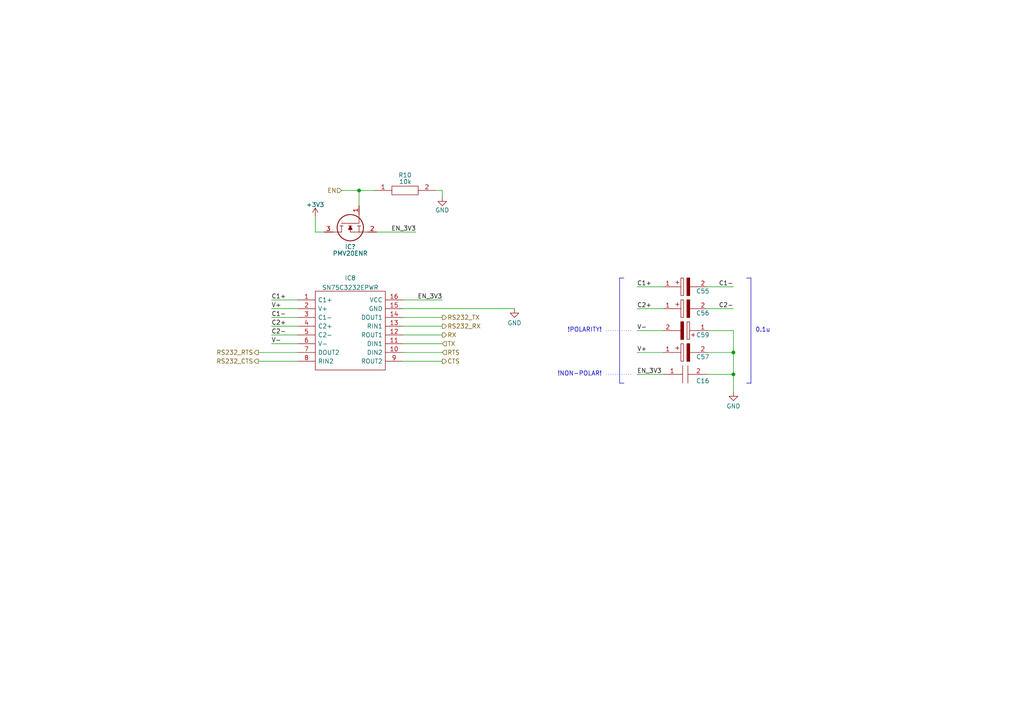
<source format=kicad_sch>
(kicad_sch (version 20230121) (generator eeschema)

  (uuid ffe571db-ea8d-4282-af34-5684a97c6779)

  (paper "A4")

  (title_block
    (title "Oro Link")
    (date "2023-06-02")
    (rev "5")
    (company "Oro Operating System")
    (comment 1 "://oro.sh")
    (comment 2 "Joshua Lee Junon")
  )

  (lib_symbols
    (symbol "Oro:MSAST1L3YB5104KFNA01" (pin_names (offset 0.762)) (in_bom yes) (on_board yes)
      (property "Reference" "C" (at 8.89 6.35 0)
        (effects (font (size 1.27 1.27)) (justify left))
      )
      (property "Value" "MSAST1L3YB5104KFNA01" (at 8.89 3.81 0)
        (effects (font (size 1.27 1.27)) (justify left))
      )
      (property "Footprint" "CAPC1005X33N" (at 8.89 1.27 0)
        (effects (font (size 1.27 1.27)) (justify left) hide)
      )
      (property "Datasheet" "https://www.mouser.de/datasheet/2/396/TaiyoYuden_MSAST1L3YB5104KFNA01_SS-3009733.pdf" (at 8.89 -1.27 0)
        (effects (font (size 1.27 1.27)) (justify left) hide)
      )
      (property "Description" "Multilayer Ceramic Capacitors MLCC - SMD/SMT 0402 25VDC 0.1uF 10% X5R" (at 8.89 -3.81 0)
        (effects (font (size 1.27 1.27)) (justify left) hide)
      )
      (property "Height" "0.33" (at 8.89 -6.35 0)
        (effects (font (size 1.27 1.27)) (justify left) hide)
      )
      (property "Manufacturer_Name" "TAIYO YUDEN" (at 8.89 -8.89 0)
        (effects (font (size 1.27 1.27)) (justify left) hide)
      )
      (property "Manufacturer_Part_Number" "MSAST1L3YB5104KFNA01" (at 8.89 -11.43 0)
        (effects (font (size 1.27 1.27)) (justify left) hide)
      )
      (property "Mouser Part Number" "963-MSAST1L3YB5104KF" (at 8.89 -13.97 0)
        (effects (font (size 1.27 1.27)) (justify left) hide)
      )
      (property "Mouser Price/Stock" "https://www.mouser.de/ProductDetail/TAIYO-YUDEN/MSAST1L3YB5104KFNA01?qs=tlsG%2FOw5FFhBwK%252BMwEZpCA%3D%3D" (at 8.89 -16.51 0)
        (effects (font (size 1.27 1.27)) (justify left) hide)
      )
      (property "Arrow Part Number" "" (at 8.89 -19.05 0)
        (effects (font (size 1.27 1.27)) (justify left) hide)
      )
      (property "Arrow Price/Stock" "" (at 8.89 -21.59 0)
        (effects (font (size 1.27 1.27)) (justify left) hide)
      )
      (property "ki_description" "Multilayer Ceramic Capacitors MLCC - SMD/SMT 0402 25VDC 0.1uF 10% X5R" (at 0 0 0)
        (effects (font (size 1.27 1.27)) hide)
      )
      (symbol "MSAST1L3YB5104KFNA01_0_0"
        (pin passive line (at 0 0 0) (length 5.08)
          (name "~" (effects (font (size 1.27 1.27))))
          (number "1" (effects (font (size 1.27 1.27))))
        )
        (pin passive line (at 12.7 0 180) (length 5.08)
          (name "~" (effects (font (size 1.27 1.27))))
          (number "2" (effects (font (size 1.27 1.27))))
        )
      )
      (symbol "MSAST1L3YB5104KFNA01_0_1"
        (polyline
          (pts
            (xy 5.08 0)
            (xy 5.588 0)
          )
          (stroke (width 0.1524) (type solid))
          (fill (type none))
        )
        (polyline
          (pts
            (xy 5.588 2.54)
            (xy 5.588 -2.54)
          )
          (stroke (width 0.1524) (type solid))
          (fill (type none))
        )
        (polyline
          (pts
            (xy 7.112 0)
            (xy 7.62 0)
          )
          (stroke (width 0.1524) (type solid))
          (fill (type none))
        )
        (polyline
          (pts
            (xy 7.112 2.54)
            (xy 7.112 -2.54)
          )
          (stroke (width 0.1524) (type solid))
          (fill (type none))
        )
      )
    )
    (symbol "SamacSys_Parts:CSD13380F3T" (pin_names (offset 0.762)) (in_bom yes) (on_board yes)
      (property "Reference" "Q" (at 11.43 3.81 0)
        (effects (font (size 1.27 1.27)) (justify left))
      )
      (property "Value" "CSD13380F3T" (at 11.43 1.27 0)
        (effects (font (size 1.27 1.27)) (justify left))
      )
      (property "Footprint" "CSD13380F3T" (at 11.43 -1.27 0)
        (effects (font (size 1.27 1.27)) (justify left) hide)
      )
      (property "Datasheet" "https://www.ti.com/lit/ds/symlink/csd13380f3.pdf?ts=1610053095577" (at 11.43 -3.81 0)
        (effects (font (size 1.27 1.27)) (justify left) hide)
      )
      (property "Description" "12V, N ch NexFET MOSFET, single LGA0.6x0.7, 76mOhm" (at 11.43 -6.35 0)
        (effects (font (size 1.27 1.27)) (justify left) hide)
      )
      (property "Height" "0.35" (at 11.43 -8.89 0)
        (effects (font (size 1.27 1.27)) (justify left) hide)
      )
      (property "Manufacturer_Name" "Texas Instruments" (at 11.43 -11.43 0)
        (effects (font (size 1.27 1.27)) (justify left) hide)
      )
      (property "Manufacturer_Part_Number" "CSD13380F3T" (at 11.43 -13.97 0)
        (effects (font (size 1.27 1.27)) (justify left) hide)
      )
      (property "Mouser Part Number" "595-CSD13380F3T" (at 11.43 -16.51 0)
        (effects (font (size 1.27 1.27)) (justify left) hide)
      )
      (property "Mouser Price/Stock" "https://www.mouser.co.uk/ProductDetail/Texas-Instruments/CSD13380F3T?qs=S8zVn2bBIh85Rpxp8sld8w%3D%3D" (at 11.43 -19.05 0)
        (effects (font (size 1.27 1.27)) (justify left) hide)
      )
      (property "Arrow Part Number" "CSD13380F3T" (at 11.43 -21.59 0)
        (effects (font (size 1.27 1.27)) (justify left) hide)
      )
      (property "Arrow Price/Stock" "https://www.arrow.com/en/products/csd13380f3t/texas-instruments" (at 11.43 -24.13 0)
        (effects (font (size 1.27 1.27)) (justify left) hide)
      )
      (property "Mouser Testing Part Number" "" (at 11.43 -26.67 0)
        (effects (font (size 1.27 1.27)) (justify left) hide)
      )
      (property "Mouser Testing Price/Stock" "" (at 11.43 -29.21 0)
        (effects (font (size 1.27 1.27)) (justify left) hide)
      )
      (property "ki_description" "12V, N ch NexFET MOSFET, single LGA0.6x0.7, 76mOhm" (at 0 0 0)
        (effects (font (size 1.27 1.27)) hide)
      )
      (symbol "CSD13380F3T_0_0"
        (pin passive line (at 0 0 0) (length 2.54)
          (name "~" (effects (font (size 1.27 1.27))))
          (number "1" (effects (font (size 1.27 1.27))))
        )
        (pin passive line (at 7.62 -5.08 90) (length 2.54)
          (name "~" (effects (font (size 1.27 1.27))))
          (number "2" (effects (font (size 1.27 1.27))))
        )
        (pin passive line (at 7.62 10.16 270) (length 2.54)
          (name "~" (effects (font (size 1.27 1.27))))
          (number "3" (effects (font (size 1.27 1.27))))
        )
      )
      (symbol "CSD13380F3T_0_1"
        (polyline
          (pts
            (xy 5.842 -0.508)
            (xy 5.842 0.508)
          )
          (stroke (width 0.1524) (type default))
          (fill (type none))
        )
        (polyline
          (pts
            (xy 5.842 0)
            (xy 7.62 0)
          )
          (stroke (width 0.1524) (type default))
          (fill (type none))
        )
        (polyline
          (pts
            (xy 5.842 2.032)
            (xy 5.842 3.048)
          )
          (stroke (width 0.1524) (type default))
          (fill (type none))
        )
        (polyline
          (pts
            (xy 5.842 5.588)
            (xy 5.842 4.572)
          )
          (stroke (width 0.1524) (type default))
          (fill (type none))
        )
        (polyline
          (pts
            (xy 7.62 2.54)
            (xy 5.842 2.54)
          )
          (stroke (width 0.1524) (type default))
          (fill (type none))
        )
        (polyline
          (pts
            (xy 7.62 2.54)
            (xy 7.62 -2.54)
          )
          (stroke (width 0.1524) (type default))
          (fill (type none))
        )
        (polyline
          (pts
            (xy 7.62 5.08)
            (xy 5.842 5.08)
          )
          (stroke (width 0.1524) (type default))
          (fill (type none))
        )
        (polyline
          (pts
            (xy 7.62 5.08)
            (xy 7.62 7.62)
          )
          (stroke (width 0.1524) (type default))
          (fill (type none))
        )
        (polyline
          (pts
            (xy 2.54 0)
            (xy 5.08 0)
            (xy 5.08 5.08)
          )
          (stroke (width 0.1524) (type default))
          (fill (type none))
        )
        (polyline
          (pts
            (xy 5.842 2.54)
            (xy 6.858 3.048)
            (xy 6.858 2.032)
            (xy 5.842 2.54)
          )
          (stroke (width 0.254) (type default))
          (fill (type outline))
        )
        (circle (center 6.35 2.54) (radius 3.81)
          (stroke (width 0.254) (type default))
          (fill (type none))
        )
      )
    )
    (symbol "SamacSys_Parts:RK73H1ETTP1002F" (pin_names (offset 0.762)) (in_bom yes) (on_board yes)
      (property "Reference" "R" (at 13.97 6.35 0)
        (effects (font (size 1.27 1.27)) (justify left))
      )
      (property "Value" "RK73H1ETTP1002F" (at 13.97 3.81 0)
        (effects (font (size 1.27 1.27)) (justify left))
      )
      (property "Footprint" "RESC1005X40N" (at 13.97 1.27 0)
        (effects (font (size 1.27 1.27)) (justify left) hide)
      )
      (property "Datasheet" "http://www.koaspeer.com/catimages/Products/RK73-RT/RK73-RT.pdf" (at 13.97 -1.27 0)
        (effects (font (size 1.27 1.27)) (justify left) hide)
      )
      (property "Description" "Resistor,ThickFilm1005,0.063W,10kohm" (at 13.97 -3.81 0)
        (effects (font (size 1.27 1.27)) (justify left) hide)
      )
      (property "Height" "0.4" (at 13.97 -6.35 0)
        (effects (font (size 1.27 1.27)) (justify left) hide)
      )
      (property "Manufacturer_Name" "KOA Speer" (at 13.97 -8.89 0)
        (effects (font (size 1.27 1.27)) (justify left) hide)
      )
      (property "Manufacturer_Part_Number" "RK73H1ETTP1002F" (at 13.97 -11.43 0)
        (effects (font (size 1.27 1.27)) (justify left) hide)
      )
      (property "Mouser Part Number" "660-RK73H1ETTP1002F" (at 13.97 -13.97 0)
        (effects (font (size 1.27 1.27)) (justify left) hide)
      )
      (property "Mouser Price/Stock" "https://www.mouser.co.uk/ProductDetail/KOA-Speer/RK73H1ETTP1002F?qs=uLfVlVfCHH2OZ4JTybrBPQ%3D%3D" (at 13.97 -16.51 0)
        (effects (font (size 1.27 1.27)) (justify left) hide)
      )
      (property "Arrow Part Number" "RK73H1ETTP1002F" (at 13.97 -19.05 0)
        (effects (font (size 1.27 1.27)) (justify left) hide)
      )
      (property "Arrow Price/Stock" "https://www.arrow.com/en/products/rk73h1ettp1002f/koa-speer-electronics?region=nac" (at 13.97 -21.59 0)
        (effects (font (size 1.27 1.27)) (justify left) hide)
      )
      (property "ki_description" "Resistor,ThickFilm1005,0.063W,10kohm" (at 0 0 0)
        (effects (font (size 1.27 1.27)) hide)
      )
      (symbol "RK73H1ETTP1002F_0_0"
        (pin passive line (at 0 0 0) (length 5.08)
          (name "~" (effects (font (size 1.27 1.27))))
          (number "1" (effects (font (size 1.27 1.27))))
        )
        (pin passive line (at 17.78 0 180) (length 5.08)
          (name "~" (effects (font (size 1.27 1.27))))
          (number "2" (effects (font (size 1.27 1.27))))
        )
      )
      (symbol "RK73H1ETTP1002F_0_1"
        (polyline
          (pts
            (xy 5.08 1.27)
            (xy 12.7 1.27)
            (xy 12.7 -1.27)
            (xy 5.08 -1.27)
            (xy 5.08 1.27)
          )
          (stroke (width 0.1524) (type solid))
          (fill (type none))
        )
      )
    )
    (symbol "SamacSys_Parts:SN75C3232EPWR" (pin_names (offset 0.762)) (in_bom yes) (on_board yes)
      (property "Reference" "IC" (at 26.67 7.62 0)
        (effects (font (size 1.27 1.27)) (justify left))
      )
      (property "Value" "SN75C3232EPWR" (at 26.67 5.08 0)
        (effects (font (size 1.27 1.27)) (justify left))
      )
      (property "Footprint" "SOP65P640X120-16N" (at 26.67 2.54 0)
        (effects (font (size 1.27 1.27)) (justify left) hide)
      )
      (property "Datasheet" "http://www.ti.com/lit/gpn/sn75c3232e" (at 26.67 0 0)
        (effects (font (size 1.27 1.27)) (justify left) hide)
      )
      (property "Description" "3-V To 5.5-V Two Channel RS-232 1 Mbit/s Line Driver/Receiver with +/-15 kV IEC ESD Protection" (at 26.67 -2.54 0)
        (effects (font (size 1.27 1.27)) (justify left) hide)
      )
      (property "Height" "1.2" (at 26.67 -5.08 0)
        (effects (font (size 1.27 1.27)) (justify left) hide)
      )
      (property "Manufacturer_Name" "Texas Instruments" (at 26.67 -7.62 0)
        (effects (font (size 1.27 1.27)) (justify left) hide)
      )
      (property "Manufacturer_Part_Number" "SN75C3232EPWR" (at 26.67 -10.16 0)
        (effects (font (size 1.27 1.27)) (justify left) hide)
      )
      (property "Mouser Part Number" "595-SN75C3232EPWR" (at 26.67 -12.7 0)
        (effects (font (size 1.27 1.27)) (justify left) hide)
      )
      (property "Mouser Price/Stock" "https://www.mouser.com/Search/Refine.aspx?Keyword=595-SN75C3232EPWR" (at 26.67 -15.24 0)
        (effects (font (size 1.27 1.27)) (justify left) hide)
      )
      (property "Arrow Part Number" "SN75C3232EPWR" (at 26.67 -17.78 0)
        (effects (font (size 1.27 1.27)) (justify left) hide)
      )
      (property "Arrow Price/Stock" "https://www.arrow.com/en/products/sn75c3232epwr/texas-instruments" (at 26.67 -20.32 0)
        (effects (font (size 1.27 1.27)) (justify left) hide)
      )
      (property "ki_description" "3-V To 5.5-V Two Channel RS-232 1 Mbit/s Line Driver/Receiver with +/-15 kV IEC ESD Protection" (at 0 0 0)
        (effects (font (size 1.27 1.27)) hide)
      )
      (symbol "SN75C3232EPWR_0_0"
        (pin passive line (at 0 0 0) (length 5.08)
          (name "C1+" (effects (font (size 1.27 1.27))))
          (number "1" (effects (font (size 1.27 1.27))))
        )
        (pin passive line (at 30.48 -15.24 180) (length 5.08)
          (name "DIN2" (effects (font (size 1.27 1.27))))
          (number "10" (effects (font (size 1.27 1.27))))
        )
        (pin passive line (at 30.48 -12.7 180) (length 5.08)
          (name "DIN1" (effects (font (size 1.27 1.27))))
          (number "11" (effects (font (size 1.27 1.27))))
        )
        (pin passive line (at 30.48 -10.16 180) (length 5.08)
          (name "ROUT1" (effects (font (size 1.27 1.27))))
          (number "12" (effects (font (size 1.27 1.27))))
        )
        (pin passive line (at 30.48 -7.62 180) (length 5.08)
          (name "RIN1" (effects (font (size 1.27 1.27))))
          (number "13" (effects (font (size 1.27 1.27))))
        )
        (pin passive line (at 30.48 -5.08 180) (length 5.08)
          (name "DOUT1" (effects (font (size 1.27 1.27))))
          (number "14" (effects (font (size 1.27 1.27))))
        )
        (pin passive line (at 30.48 -2.54 180) (length 5.08)
          (name "GND" (effects (font (size 1.27 1.27))))
          (number "15" (effects (font (size 1.27 1.27))))
        )
        (pin passive line (at 30.48 0 180) (length 5.08)
          (name "VCC" (effects (font (size 1.27 1.27))))
          (number "16" (effects (font (size 1.27 1.27))))
        )
        (pin passive line (at 0 -2.54 0) (length 5.08)
          (name "V+" (effects (font (size 1.27 1.27))))
          (number "2" (effects (font (size 1.27 1.27))))
        )
        (pin passive line (at 0 -5.08 0) (length 5.08)
          (name "C1-" (effects (font (size 1.27 1.27))))
          (number "3" (effects (font (size 1.27 1.27))))
        )
        (pin passive line (at 0 -7.62 0) (length 5.08)
          (name "C2+" (effects (font (size 1.27 1.27))))
          (number "4" (effects (font (size 1.27 1.27))))
        )
        (pin passive line (at 0 -10.16 0) (length 5.08)
          (name "C2-" (effects (font (size 1.27 1.27))))
          (number "5" (effects (font (size 1.27 1.27))))
        )
        (pin passive line (at 0 -12.7 0) (length 5.08)
          (name "V-" (effects (font (size 1.27 1.27))))
          (number "6" (effects (font (size 1.27 1.27))))
        )
        (pin passive line (at 0 -15.24 0) (length 5.08)
          (name "DOUT2" (effects (font (size 1.27 1.27))))
          (number "7" (effects (font (size 1.27 1.27))))
        )
        (pin passive line (at 0 -17.78 0) (length 5.08)
          (name "RIN2" (effects (font (size 1.27 1.27))))
          (number "8" (effects (font (size 1.27 1.27))))
        )
        (pin passive line (at 30.48 -17.78 180) (length 5.08)
          (name "ROUT2" (effects (font (size 1.27 1.27))))
          (number "9" (effects (font (size 1.27 1.27))))
        )
      )
      (symbol "SN75C3232EPWR_0_1"
        (polyline
          (pts
            (xy 5.08 2.54)
            (xy 25.4 2.54)
            (xy 25.4 -20.32)
            (xy 5.08 -20.32)
            (xy 5.08 2.54)
          )
          (stroke (width 0.1524) (type solid))
          (fill (type none))
        )
      )
    )
    (symbol "SamacSys_Parts:UUP1H0R1MCL1GS" (pin_names (offset 0.762)) (in_bom yes) (on_board yes)
      (property "Reference" "C" (at 8.89 6.35 0)
        (effects (font (size 1.27 1.27)) (justify left))
      )
      (property "Value" "UUP1H0R1MCL1GS" (at 8.89 3.81 0)
        (effects (font (size 1.27 1.27)) (justify left))
      )
      (property "Footprint" "CAPAE430X610N" (at 8.89 1.27 0)
        (effects (font (size 1.27 1.27)) (justify left) hide)
      )
      (property "Datasheet" "http://www.mouser.com/datasheet/2/293/e-uup-1513248.pdf" (at 8.89 -1.27 0)
        (effects (font (size 1.27 1.27)) (justify left) hide)
      )
      (property "Description" "Aluminum Electrolytic Capacitors - SMD 35volts 0.1uF 85c 4X5.8" (at 8.89 -3.81 0)
        (effects (font (size 1.27 1.27)) (justify left) hide)
      )
      (property "Height" "6.1" (at 8.89 -6.35 0)
        (effects (font (size 1.27 1.27)) (justify left) hide)
      )
      (property "Manufacturer_Name" "Nichicon" (at 8.89 -8.89 0)
        (effects (font (size 1.27 1.27)) (justify left) hide)
      )
      (property "Manufacturer_Part_Number" "UUP1H0R1MCL1GS" (at 8.89 -11.43 0)
        (effects (font (size 1.27 1.27)) (justify left) hide)
      )
      (property "Mouser Part Number" "647-UUP1H0R1MCL1GS" (at 8.89 -13.97 0)
        (effects (font (size 1.27 1.27)) (justify left) hide)
      )
      (property "Mouser Price/Stock" "https://www.mouser.co.uk/ProductDetail/Nichicon/UUP1H0R1MCL1GS?qs=huzeVNXgovXvQmoxbanaNw%3D%3D" (at 8.89 -16.51 0)
        (effects (font (size 1.27 1.27)) (justify left) hide)
      )
      (property "Arrow Part Number" "UUP1H0R1MCL1GS" (at 8.89 -19.05 0)
        (effects (font (size 1.27 1.27)) (justify left) hide)
      )
      (property "Arrow Price/Stock" "https://www.arrow.com/en/products/uup1h0r1mcl1gs/nichicon?region=nac" (at 8.89 -21.59 0)
        (effects (font (size 1.27 1.27)) (justify left) hide)
      )
      (property "ki_description" "Aluminum Electrolytic Capacitors - SMD 35volts 0.1uF 85c 4X5.8" (at 0 0 0)
        (effects (font (size 1.27 1.27)) hide)
      )
      (symbol "UUP1H0R1MCL1GS_0_0"
        (pin passive line (at 0 0 0) (length 2.54)
          (name "~" (effects (font (size 1.27 1.27))))
          (number "1" (effects (font (size 1.27 1.27))))
        )
        (pin passive line (at 12.7 0 180) (length 2.54)
          (name "~" (effects (font (size 1.27 1.27))))
          (number "2" (effects (font (size 1.27 1.27))))
        )
      )
      (symbol "UUP1H0R1MCL1GS_0_1"
        (polyline
          (pts
            (xy 2.54 0)
            (xy 5.08 0)
          )
          (stroke (width 0.1524) (type solid))
          (fill (type none))
        )
        (polyline
          (pts
            (xy 4.064 1.778)
            (xy 4.064 0.762)
          )
          (stroke (width 0.1524) (type solid))
          (fill (type none))
        )
        (polyline
          (pts
            (xy 4.572 1.27)
            (xy 3.556 1.27)
          )
          (stroke (width 0.1524) (type solid))
          (fill (type none))
        )
        (polyline
          (pts
            (xy 7.62 0)
            (xy 10.16 0)
          )
          (stroke (width 0.1524) (type solid))
          (fill (type none))
        )
        (polyline
          (pts
            (xy 5.08 2.54)
            (xy 5.08 -2.54)
            (xy 5.842 -2.54)
            (xy 5.842 2.54)
            (xy 5.08 2.54)
          )
          (stroke (width 0.1524) (type solid))
          (fill (type none))
        )
        (polyline
          (pts
            (xy 7.62 2.54)
            (xy 7.62 -2.54)
            (xy 6.858 -2.54)
            (xy 6.858 2.54)
            (xy 7.62 2.54)
          )
          (stroke (width 0.254) (type solid))
          (fill (type outline))
        )
      )
    )
    (symbol "power:+3V3" (power) (pin_names (offset 0)) (in_bom yes) (on_board yes)
      (property "Reference" "#PWR" (at 0 -3.81 0)
        (effects (font (size 1.27 1.27)) hide)
      )
      (property "Value" "+3V3" (at 0 3.556 0)
        (effects (font (size 1.27 1.27)))
      )
      (property "Footprint" "" (at 0 0 0)
        (effects (font (size 1.27 1.27)) hide)
      )
      (property "Datasheet" "" (at 0 0 0)
        (effects (font (size 1.27 1.27)) hide)
      )
      (property "ki_keywords" "global power" (at 0 0 0)
        (effects (font (size 1.27 1.27)) hide)
      )
      (property "ki_description" "Power symbol creates a global label with name \"+3V3\"" (at 0 0 0)
        (effects (font (size 1.27 1.27)) hide)
      )
      (symbol "+3V3_0_1"
        (polyline
          (pts
            (xy -0.762 1.27)
            (xy 0 2.54)
          )
          (stroke (width 0) (type default))
          (fill (type none))
        )
        (polyline
          (pts
            (xy 0 0)
            (xy 0 2.54)
          )
          (stroke (width 0) (type default))
          (fill (type none))
        )
        (polyline
          (pts
            (xy 0 2.54)
            (xy 0.762 1.27)
          )
          (stroke (width 0) (type default))
          (fill (type none))
        )
      )
      (symbol "+3V3_1_1"
        (pin power_in line (at 0 0 90) (length 0) hide
          (name "+3V3" (effects (font (size 1.27 1.27))))
          (number "1" (effects (font (size 1.27 1.27))))
        )
      )
    )
    (symbol "power:GND" (power) (pin_names (offset 0)) (in_bom yes) (on_board yes)
      (property "Reference" "#PWR" (at 0 -6.35 0)
        (effects (font (size 1.27 1.27)) hide)
      )
      (property "Value" "GND" (at 0 -3.81 0)
        (effects (font (size 1.27 1.27)))
      )
      (property "Footprint" "" (at 0 0 0)
        (effects (font (size 1.27 1.27)) hide)
      )
      (property "Datasheet" "" (at 0 0 0)
        (effects (font (size 1.27 1.27)) hide)
      )
      (property "ki_keywords" "global power" (at 0 0 0)
        (effects (font (size 1.27 1.27)) hide)
      )
      (property "ki_description" "Power symbol creates a global label with name \"GND\" , ground" (at 0 0 0)
        (effects (font (size 1.27 1.27)) hide)
      )
      (symbol "GND_0_1"
        (polyline
          (pts
            (xy 0 0)
            (xy 0 -1.27)
            (xy 1.27 -1.27)
            (xy 0 -2.54)
            (xy -1.27 -1.27)
            (xy 0 -1.27)
          )
          (stroke (width 0) (type default))
          (fill (type none))
        )
      )
      (symbol "GND_1_1"
        (pin power_in line (at 0 0 270) (length 0) hide
          (name "GND" (effects (font (size 1.27 1.27))))
          (number "1" (effects (font (size 1.27 1.27))))
        )
      )
    )
  )

  (junction (at 104.14 55.245) (diameter 0) (color 0 0 0 0)
    (uuid a11b1d7e-f885-4824-873f-d1b83e0a08dc)
  )
  (junction (at 212.725 102.235) (diameter 0) (color 0 0 0 0)
    (uuid b153dc2d-d720-43ec-88cd-b04d77d5f3ce)
  )
  (junction (at 212.725 108.585) (diameter 0) (color 0 0 0 0)
    (uuid b380e257-24d3-4bf0-b764-a5f06fd40e65)
  )

  (wire (pts (xy 116.84 92.075) (xy 128.27 92.075))
    (stroke (width 0) (type default))
    (uuid 0d66be49-115c-4321-8d3d-7b2cb961fd8f)
  )
  (wire (pts (xy 116.84 86.995) (xy 128.27 86.995))
    (stroke (width 0) (type default))
    (uuid 1b0c3fa9-1932-4ba2-8d7a-bcb433e418d2)
  )
  (wire (pts (xy 91.44 62.865) (xy 91.44 67.31))
    (stroke (width 0) (type default))
    (uuid 26610666-1387-4745-8704-5704c8f03053)
  )
  (wire (pts (xy 212.725 108.585) (xy 212.725 113.665))
    (stroke (width 0) (type default))
    (uuid 29cabc9a-878d-465c-9412-f8e0cab649bf)
  )
  (wire (pts (xy 128.27 55.245) (xy 128.27 57.15))
    (stroke (width 0) (type default))
    (uuid 2c419f0b-f465-4afa-a96e-9bcf136ce129)
  )
  (wire (pts (xy 104.14 55.245) (xy 104.14 59.69))
    (stroke (width 0) (type default))
    (uuid 4737765d-9db5-4b3f-86c4-8bfb92af9031)
  )
  (wire (pts (xy 104.14 55.245) (xy 99.06 55.245))
    (stroke (width 0) (type default))
    (uuid 4a06f52a-a253-4e85-abb5-01ce036d576b)
  )
  (wire (pts (xy 184.785 95.885) (xy 192.405 95.885))
    (stroke (width 0) (type default))
    (uuid 4a90b78b-84a2-4ac3-b08d-cdfd9d8e9e9f)
  )
  (wire (pts (xy 78.74 99.695) (xy 86.36 99.695))
    (stroke (width 0) (type default))
    (uuid 54c9216b-6402-4cb4-b3ec-752b7de18684)
  )
  (wire (pts (xy 126.365 55.245) (xy 128.27 55.245))
    (stroke (width 0) (type default))
    (uuid 6a925d6f-72e6-4d24-90ba-34dccd054f6c)
  )
  (wire (pts (xy 78.74 89.535) (xy 86.36 89.535))
    (stroke (width 0) (type default))
    (uuid 74f55c40-c75f-467d-b906-b59b2e947972)
  )
  (wire (pts (xy 78.74 86.995) (xy 86.36 86.995))
    (stroke (width 0) (type default))
    (uuid 7861e053-1ad7-46cc-b028-a5bbab378503)
  )
  (wire (pts (xy 116.84 99.695) (xy 128.27 99.695))
    (stroke (width 0) (type default))
    (uuid 8645fbb3-9702-416a-a4e3-c3062d2762ed)
  )
  (wire (pts (xy 184.785 83.185) (xy 192.405 83.185))
    (stroke (width 0) (type default))
    (uuid 8a5f2cd1-0aed-4eca-be28-dc1793b060a9)
  )
  (wire (pts (xy 212.725 102.235) (xy 212.725 108.585))
    (stroke (width 0) (type default))
    (uuid 8d110a4d-f5e7-4fa0-852f-5db4e844cb13)
  )
  (wire (pts (xy 212.725 95.885) (xy 212.725 102.235))
    (stroke (width 0) (type default))
    (uuid 8eae00b2-2df2-40ec-b89e-3c876c232e7e)
  )
  (wire (pts (xy 184.785 108.585) (xy 192.405 108.585))
    (stroke (width 0) (type default))
    (uuid 929d0e65-4d02-4321-bb2e-7ca3885a5688)
  )
  (wire (pts (xy 212.725 83.185) (xy 205.105 83.185))
    (stroke (width 0) (type default))
    (uuid a227bb33-6892-4d21-b53c-9d30ebab5d55)
  )
  (wire (pts (xy 116.84 104.775) (xy 128.27 104.775))
    (stroke (width 0) (type default))
    (uuid a7dfe36c-1d51-4736-b51f-624643250141)
  )
  (wire (pts (xy 116.84 94.615) (xy 128.27 94.615))
    (stroke (width 0) (type default))
    (uuid b40f1fac-b93b-4991-84a3-b123677d802f)
  )
  (wire (pts (xy 74.93 104.775) (xy 86.36 104.775))
    (stroke (width 0) (type default))
    (uuid bea4811b-58fc-4441-a23b-f6ab9ad2145d)
  )
  (wire (pts (xy 91.44 67.31) (xy 93.98 67.31))
    (stroke (width 0) (type default))
    (uuid c4f08b43-d1a3-43a8-9b9c-a0893d2ba8cf)
  )
  (wire (pts (xy 108.585 55.245) (xy 104.14 55.245))
    (stroke (width 0) (type default))
    (uuid c865440e-f257-4f38-9426-2392071a6fc6)
  )
  (wire (pts (xy 184.785 89.535) (xy 192.405 89.535))
    (stroke (width 0) (type default))
    (uuid c998962b-2f7d-4cf4-959c-06d0f8d5b77d)
  )
  (wire (pts (xy 205.105 108.585) (xy 212.725 108.585))
    (stroke (width 0) (type default))
    (uuid cc7b822b-2b20-4784-a541-d025b7de2665)
  )
  (wire (pts (xy 78.74 94.615) (xy 86.36 94.615))
    (stroke (width 0) (type default))
    (uuid ced3942e-d2c2-4914-bd13-696cc4d38f28)
  )
  (wire (pts (xy 74.93 102.235) (xy 86.36 102.235))
    (stroke (width 0) (type default))
    (uuid d0b6c5d3-ddb9-4a39-b9f0-c8aea0242e7e)
  )
  (wire (pts (xy 205.105 102.235) (xy 212.725 102.235))
    (stroke (width 0) (type default))
    (uuid db00529c-9a4c-4339-a8ff-1f3b18616a0e)
  )
  (wire (pts (xy 78.74 97.155) (xy 86.36 97.155))
    (stroke (width 0) (type default))
    (uuid dfd1706d-9414-45f6-870d-38e41695135d)
  )
  (wire (pts (xy 120.65 67.31) (xy 109.22 67.31))
    (stroke (width 0) (type default))
    (uuid e500e60c-30e6-48b8-8cca-82b6d8e99ffd)
  )
  (wire (pts (xy 184.785 102.235) (xy 192.405 102.235))
    (stroke (width 0) (type default))
    (uuid e5ad6fa9-15e5-47b1-ae72-d9732ce163c4)
  )
  (wire (pts (xy 116.84 89.535) (xy 149.225 89.535))
    (stroke (width 0) (type default))
    (uuid e8549487-7030-49fe-bb95-5fc6054e65da)
  )
  (wire (pts (xy 116.84 97.155) (xy 128.27 97.155))
    (stroke (width 0) (type default))
    (uuid ee0894a3-7836-4b79-b3cf-ebf272e49768)
  )
  (wire (pts (xy 78.74 92.075) (xy 86.36 92.075))
    (stroke (width 0) (type default))
    (uuid eebc0d2b-793b-4796-9d27-0a8b7f62e438)
  )
  (wire (pts (xy 205.105 95.885) (xy 212.725 95.885))
    (stroke (width 0) (type default))
    (uuid f0f79810-77e6-444a-829c-11427eb70b5c)
  )
  (wire (pts (xy 212.725 89.535) (xy 205.105 89.535))
    (stroke (width 0) (type default))
    (uuid f793fd85-495d-486f-a8c5-394cf3007a85)
  )
  (wire (pts (xy 116.84 102.235) (xy 128.27 102.235))
    (stroke (width 0) (type default))
    (uuid faff8f99-2bb2-4c9b-ab1d-f4bafd9fdbdd)
  )

  (rectangle (start 179.705 80.645) (end 180.975 80.645)
    (stroke (width 0) (type default))
    (fill (type none))
    (uuid 07020cfa-66a3-458d-8a37-c0d34150efab)
  )
  (rectangle (start 179.705 111.125) (end 180.975 111.125)
    (stroke (width 0) (type default))
    (fill (type none))
    (uuid 12319d57-423b-44a0-985b-d1f6013f69fc)
  )
  (rectangle (start 217.805 80.645) (end 217.805 111.125)
    (stroke (width 0) (type default))
    (fill (type none))
    (uuid 3786dbd4-8a08-48c6-a094-9498179431de)
  )
  (rectangle (start 179.705 111.125) (end 179.705 80.645)
    (stroke (width 0) (type default))
    (fill (type none))
    (uuid 499afc96-ded0-414b-b833-3c3bf11134c4)
  )
  (rectangle (start 175.895 108.585) (end 183.515 108.585)
    (stroke (width 0) (type dot))
    (fill (type none))
    (uuid 59e2b7bc-fd8b-4352-a4ed-1ee67d59e3a8)
  )
  (rectangle (start 175.895 95.885) (end 183.515 95.885)
    (stroke (width 0) (type dot))
    (fill (type none))
    (uuid 80e63c67-6bc3-4840-9931-6fbc1931cf92)
  )
  (rectangle (start 216.535 111.125) (end 217.805 111.125)
    (stroke (width 0) (type default))
    (fill (type none))
    (uuid e9b7ab34-990f-4ceb-940b-d8f9f4de783e)
  )
  (rectangle (start 216.535 80.645) (end 217.805 80.645)
    (stroke (width 0) (type default))
    (fill (type none))
    (uuid f3600112-cab0-4f81-83bf-12fb12b317b5)
  )

  (text "!POLARITY!" (at 174.625 96.52 0)
    (effects (font (size 1.27 1.27)) (justify right bottom))
    (uuid 07a4f25c-8f1b-4830-a9fe-29f462ab6c78)
  )
  (text "!NON-POLAR!" (at 174.625 109.22 0)
    (effects (font (size 1.27 1.27)) (justify right bottom))
    (uuid 6ef265cc-c1f6-43c0-b1db-da84aaa318a3)
  )
  (text "0.1u" (at 219.075 96.52 0)
    (effects (font (size 1.27 1.27)) (justify left bottom))
    (uuid c60f7189-d8d4-4926-b6a5-f2495e4269e7)
  )

  (label "V+" (at 184.785 102.235 0) (fields_autoplaced)
    (effects (font (size 1.27 1.27)) (justify left bottom))
    (uuid 027971a8-aa82-40f4-aed2-50e73771ff7c)
  )
  (label "V-" (at 78.74 99.695 0) (fields_autoplaced)
    (effects (font (size 1.27 1.27)) (justify left bottom))
    (uuid 4de4d5ff-3c68-4fe1-b493-bfa467a29bdb)
  )
  (label "V+" (at 78.74 89.535 0) (fields_autoplaced)
    (effects (font (size 1.27 1.27)) (justify left bottom))
    (uuid 57d50a80-8ed3-41f9-a542-5738db3c75b1)
  )
  (label "C2+" (at 184.785 89.535 0) (fields_autoplaced)
    (effects (font (size 1.27 1.27)) (justify left bottom))
    (uuid 67ebc332-0cef-4775-a799-21d71e29e1e6)
  )
  (label "C1-" (at 78.74 92.075 0) (fields_autoplaced)
    (effects (font (size 1.27 1.27)) (justify left bottom))
    (uuid 802dbbd3-766f-478c-9856-1e5a1fa2397c)
  )
  (label "EN_3V3" (at 184.785 108.585 0) (fields_autoplaced)
    (effects (font (size 1.27 1.27)) (justify left bottom))
    (uuid 8150aa77-ef76-44c2-8340-ec7335fcced8)
  )
  (label "EN_3V3" (at 128.27 86.995 180) (fields_autoplaced)
    (effects (font (size 1.27 1.27)) (justify right bottom))
    (uuid 950128f7-a996-4235-a415-483242967c82)
  )
  (label "EN_3V3" (at 120.65 67.31 180) (fields_autoplaced)
    (effects (font (size 1.27 1.27)) (justify right bottom))
    (uuid 9f63e8e5-5397-43b9-9134-c136527423ba)
  )
  (label "C2-" (at 212.725 89.535 180) (fields_autoplaced)
    (effects (font (size 1.27 1.27)) (justify right bottom))
    (uuid a27b65da-8e2a-4af0-8f32-85135a42f997)
  )
  (label "C1-" (at 212.725 83.185 180) (fields_autoplaced)
    (effects (font (size 1.27 1.27)) (justify right bottom))
    (uuid b4d35a2a-89f6-4e3a-b34c-e0e4fef2f44c)
  )
  (label "C2+" (at 78.74 94.615 0) (fields_autoplaced)
    (effects (font (size 1.27 1.27)) (justify left bottom))
    (uuid c8723387-45a3-46e3-a253-1993f08b7264)
  )
  (label "C1+" (at 78.74 86.995 0) (fields_autoplaced)
    (effects (font (size 1.27 1.27)) (justify left bottom))
    (uuid ebe2e7ca-68c6-4046-bf33-8b547cfc06f0)
  )
  (label "V-" (at 184.785 95.885 0) (fields_autoplaced)
    (effects (font (size 1.27 1.27)) (justify left bottom))
    (uuid f5187f3b-4a32-430c-a7ad-125cb913b16a)
  )
  (label "C2-" (at 78.74 97.155 0) (fields_autoplaced)
    (effects (font (size 1.27 1.27)) (justify left bottom))
    (uuid f547165f-7046-4eb1-b09a-d34e1ff3456e)
  )
  (label "C1+" (at 184.785 83.185 0) (fields_autoplaced)
    (effects (font (size 1.27 1.27)) (justify left bottom))
    (uuid fcba9fa8-647e-40e2-a0b7-3bafff6188f1)
  )

  (hierarchical_label "RTS" (shape input) (at 128.27 102.235 0) (fields_autoplaced)
    (effects (font (size 1.27 1.27)) (justify left))
    (uuid 1c5dc82c-b003-4083-a1b4-63f15a75726e)
  )
  (hierarchical_label "RS232_RTS" (shape output) (at 74.93 102.235 180) (fields_autoplaced)
    (effects (font (size 1.27 1.27)) (justify right))
    (uuid 1d096569-672a-4ef0-aaea-72197db94d8c)
  )
  (hierarchical_label "RX" (shape output) (at 128.27 97.155 0) (fields_autoplaced)
    (effects (font (size 1.27 1.27)) (justify left))
    (uuid 3f4e7419-607e-424f-b635-3a8f71d3071a)
  )
  (hierarchical_label "RS232_RX" (shape output) (at 128.27 94.615 0) (fields_autoplaced)
    (effects (font (size 1.27 1.27)) (justify left))
    (uuid 8dc0e5d6-73af-4106-9ca8-3b9e5296e5f5)
  )
  (hierarchical_label "RS232_TX" (shape output) (at 128.27 92.075 0) (fields_autoplaced)
    (effects (font (size 1.27 1.27)) (justify left))
    (uuid bf28723a-5dba-4ffb-938c-d3687e923280)
  )
  (hierarchical_label "RS232_CTS" (shape output) (at 74.93 104.775 180) (fields_autoplaced)
    (effects (font (size 1.27 1.27)) (justify right))
    (uuid ebed58e0-c1ac-4e22-899d-1fd0f4fbbf87)
  )
  (hierarchical_label "CTS" (shape output) (at 128.27 104.775 0) (fields_autoplaced)
    (effects (font (size 1.27 1.27)) (justify left))
    (uuid ec9ff147-1bbe-4fcd-840e-e43743b6bf54)
  )
  (hierarchical_label "EN" (shape input) (at 99.06 55.245 180) (fields_autoplaced)
    (effects (font (size 1.27 1.27)) (justify right))
    (uuid ecacfba5-39dd-44a7-892b-0a3809ad44df)
  )
  (hierarchical_label "TX" (shape input) (at 128.27 99.695 0) (fields_autoplaced)
    (effects (font (size 1.27 1.27)) (justify left))
    (uuid f33f3263-e0d1-47d3-a14a-214a8a6f5c19)
  )

  (symbol (lib_id "power:+3V3") (at 91.44 62.865 0) (mirror y) (unit 1)
    (in_bom yes) (on_board yes) (dnp no) (fields_autoplaced)
    (uuid 0f223c70-69ed-4f19-a89e-026932bb2157)
    (property "Reference" "#PWR048" (at 91.44 66.675 0)
      (effects (font (size 1.27 1.27)) hide)
    )
    (property "Value" "+3V3" (at 91.44 59.3631 0)
      (effects (font (size 1.27 1.27)))
    )
    (property "Footprint" "" (at 91.44 62.865 0)
      (effects (font (size 1.27 1.27)) hide)
    )
    (property "Datasheet" "" (at 91.44 62.865 0)
      (effects (font (size 1.27 1.27)) hide)
    )
    (pin "1" (uuid 7144c4c4-95ba-4755-b500-3d1ae1d925b0))
    (instances
      (project "OroLink"
        (path "/e89dcd22-1250-4a5b-b778-1c95a0dd623d/52771c01-2e58-4900-abe5-411f688d020f"
          (reference "#PWR048") (unit 1)
        )
        (path "/e89dcd22-1250-4a5b-b778-1c95a0dd623d/7cebe953-3148-4b67-a6c9-1f2594261687"
          (reference "#PWR064") (unit 1)
        )
        (path "/e89dcd22-1250-4a5b-b778-1c95a0dd623d/a5104146-06a0-496e-bda0-1e4731a261c3"
          (reference "#PWR060") (unit 1)
        )
      )
    )
  )

  (symbol (lib_id "SamacSys_Parts:CSD13380F3T") (at 104.14 59.69 90) (mirror x) (unit 1)
    (in_bom yes) (on_board yes) (dnp no) (fields_autoplaced)
    (uuid 1b2184bf-f0e3-4c0a-a177-1c213e9b6c67)
    (property "Reference" "IC?" (at 101.6 71.5725 90)
      (effects (font (size 1.27 1.27)))
    )
    (property "Value" "PMV20ENR" (at 101.6 73.4935 90)
      (effects (font (size 1.27 1.27)))
    )
    (property "Footprint" "SamacSys_Parts:SOT95P230X110-3N" (at 101.6 76.2 0)
      (effects (font (size 1.27 1.27)) (justify left) hide)
    )
    (property "Datasheet" "https://assets.nexperia.com/documents/data-sheet/PMV20EN.pdf" (at 104.14 76.2 0)
      (effects (font (size 1.27 1.27)) (justify left) hide)
    )
    (property "Description" "MOSFET 30V N-channel Trench MOSFET" (at 106.68 76.2 0)
      (effects (font (size 1.27 1.27)) (justify left) hide)
    )
    (property "Height" "1.1" (at 109.22 76.2 0)
      (effects (font (size 1.27 1.27)) (justify left) hide)
    )
    (property "Manufacturer_Name" "Nexperia" (at 111.76 76.2 0)
      (effects (font (size 1.27 1.27)) (justify left) hide)
    )
    (property "Manufacturer_Part_Number" "PMV20ENR" (at 114.3 76.2 0)
      (effects (font (size 1.27 1.27)) (justify left) hide)
    )
    (property "Mouser Part Number" "771-PMV20ENR" (at 116.84 76.2 0)
      (effects (font (size 1.27 1.27)) (justify left) hide)
    )
    (property "Mouser Price/Stock" "https://www.mouser.co.uk/ProductDetail/Nexperia/PMV20ENR?qs=sV%252BQJnSpgu%2FSnnW%252BQ4V7GA%3D%3D" (at 119.38 76.2 0)
      (effects (font (size 1.27 1.27)) (justify left) hide)
    )
    (property "Arrow Part Number" "PMV20ENR" (at 121.92 76.2 0)
      (effects (font (size 1.27 1.27)) (justify left) hide)
    )
    (property "Arrow Price/Stock" "https://www.arrow.com/en/products/pmv20enr/nexperia?region=nac" (at 124.46 76.2 0)
      (effects (font (size 1.27 1.27)) (justify left) hide)
    )
    (property "Mouser Testing Part Number" "" (at 127 76.2 0)
      (effects (font (size 1.27 1.27)) (justify left) hide)
    )
    (property "Mouser Testing Price/Stock" "" (at 129.54 76.2 0)
      (effects (font (size 1.27 1.27)) (justify left) hide)
    )
    (pin "1" (uuid 61a9ba91-db1c-44ab-bee9-040dd2f43fb5))
    (pin "2" (uuid e59ca4cc-5353-4345-96fd-7e749078d353))
    (pin "3" (uuid 1e3cccf2-8769-4e07-a86c-63dbf342a506))
    (instances
      (project "Oro Testbed v2"
        (path "/3d0fc623-63eb-45e5-a304-e470d9b3a173"
          (reference "IC?") (unit 1)
        )
        (path "/3d0fc623-63eb-45e5-a304-e470d9b3a173/62e8cddc-1c26-4fab-8954-689e69f767da"
          (reference "IC22") (unit 1)
        )
      )
      (project "OroLink"
        (path "/e89dcd22-1250-4a5b-b778-1c95a0dd623d/f955395e-bf1a-4ef3-9cfe-ec9d49f66988"
          (reference "Q1") (unit 1)
        )
        (path "/e89dcd22-1250-4a5b-b778-1c95a0dd623d/1b3eede1-74b0-4c0b-b4f1-7ec1bfc1f54f"
          (reference "IC10") (unit 1)
        )
        (path "/e89dcd22-1250-4a5b-b778-1c95a0dd623d/52771c01-2e58-4900-abe5-411f688d020f"
          (reference "IC11") (unit 1)
        )
        (path "/e89dcd22-1250-4a5b-b778-1c95a0dd623d/7cebe953-3148-4b67-a6c9-1f2594261687"
          (reference "IC12") (unit 1)
        )
        (path "/e89dcd22-1250-4a5b-b778-1c95a0dd623d/a5104146-06a0-496e-bda0-1e4731a261c3"
          (reference "IC13") (unit 1)
        )
      )
    )
  )

  (symbol (lib_id "power:GND") (at 128.27 57.15 0) (unit 1)
    (in_bom yes) (on_board yes) (dnp no)
    (uuid 1b5a56b7-8d8e-450f-a82c-18d54506e0ea)
    (property "Reference" "#PWR?" (at 128.27 63.5 0)
      (effects (font (size 1.27 1.27)) hide)
    )
    (property "Value" "GND" (at 128.27 60.96 0)
      (effects (font (size 1.27 1.27)))
    )
    (property "Footprint" "" (at 128.27 57.15 0)
      (effects (font (size 1.27 1.27)) hide)
    )
    (property "Datasheet" "" (at 128.27 57.15 0)
      (effects (font (size 1.27 1.27)) hide)
    )
    (pin "1" (uuid 49c6113b-d463-4da6-9101-6b6f4c77443d))
    (instances
      (project "Oro Testbed v2"
        (path "/3d0fc623-63eb-45e5-a304-e470d9b3a173"
          (reference "#PWR?") (unit 1)
        )
        (path "/3d0fc623-63eb-45e5-a304-e470d9b3a173/62e8cddc-1c26-4fab-8954-689e69f767da"
          (reference "#PWR089") (unit 1)
        )
      )
      (project "OroLink"
        (path "/e89dcd22-1250-4a5b-b778-1c95a0dd623d/f955395e-bf1a-4ef3-9cfe-ec9d49f66988"
          (reference "#PWR020") (unit 1)
        )
        (path "/e89dcd22-1250-4a5b-b778-1c95a0dd623d/1b3eede1-74b0-4c0b-b4f1-7ec1bfc1f54f"
          (reference "#PWR086") (unit 1)
        )
        (path "/e89dcd22-1250-4a5b-b778-1c95a0dd623d/52771c01-2e58-4900-abe5-411f688d020f"
          (reference "#PWR088") (unit 1)
        )
        (path "/e89dcd22-1250-4a5b-b778-1c95a0dd623d/7cebe953-3148-4b67-a6c9-1f2594261687"
          (reference "#PWR090") (unit 1)
        )
        (path "/e89dcd22-1250-4a5b-b778-1c95a0dd623d/a5104146-06a0-496e-bda0-1e4731a261c3"
          (reference "#PWR044") (unit 1)
        )
      )
    )
  )

  (symbol (lib_id "SamacSys_Parts:UUP1H0R1MCL1GS") (at 205.105 95.885 180) (unit 1)
    (in_bom yes) (on_board yes) (dnp no)
    (uuid 1cfa70f5-4f15-407d-99c1-ebb0ae512f1e)
    (property "Reference" "C59" (at 203.835 97.155 0)
      (effects (font (size 1.27 1.27)))
    )
    (property "Value" "0.1u" (at 194.945 94.615 0)
      (effects (font (size 1.27 1.27)) hide)
    )
    (property "Footprint" "CAPAE430X610N" (at 196.215 97.155 0)
      (effects (font (size 1.27 1.27)) (justify left) hide)
    )
    (property "Datasheet" "http://www.mouser.com/datasheet/2/293/e-uup-1513248.pdf" (at 196.215 94.615 0)
      (effects (font (size 1.27 1.27)) (justify left) hide)
    )
    (property "Description" "Aluminum Electrolytic Capacitors - SMD 35volts 0.1uF 85c 4X5.8" (at 196.215 92.075 0)
      (effects (font (size 1.27 1.27)) (justify left) hide)
    )
    (property "Height" "6.1" (at 196.215 89.535 0)
      (effects (font (size 1.27 1.27)) (justify left) hide)
    )
    (property "Manufacturer_Name" "Nichicon" (at 196.215 86.995 0)
      (effects (font (size 1.27 1.27)) (justify left) hide)
    )
    (property "Manufacturer_Part_Number" "UUP1H0R1MCL1GS" (at 196.215 84.455 0)
      (effects (font (size 1.27 1.27)) (justify left) hide)
    )
    (property "Mouser Part Number" "647-UUP1H0R1MCL1GS" (at 196.215 81.915 0)
      (effects (font (size 1.27 1.27)) (justify left) hide)
    )
    (property "Mouser Price/Stock" "https://www.mouser.co.uk/ProductDetail/Nichicon/UUP1H0R1MCL1GS?qs=huzeVNXgovXvQmoxbanaNw%3D%3D" (at 196.215 79.375 0)
      (effects (font (size 1.27 1.27)) (justify left) hide)
    )
    (property "Arrow Part Number" "UUP1H0R1MCL1GS" (at 196.215 76.835 0)
      (effects (font (size 1.27 1.27)) (justify left) hide)
    )
    (property "Arrow Price/Stock" "https://www.arrow.com/en/products/uup1h0r1mcl1gs/nichicon?region=nac" (at 196.215 74.295 0)
      (effects (font (size 1.27 1.27)) (justify left) hide)
    )
    (pin "1" (uuid 88985c42-0e97-41c4-8387-6c605a955727))
    (pin "2" (uuid 9471770c-93dd-4cb2-b00c-d97cf49ec639))
    (instances
      (project "OroLink"
        (path "/e89dcd22-1250-4a5b-b778-1c95a0dd623d/a5104146-06a0-496e-bda0-1e4731a261c3"
          (reference "C59") (unit 1)
        )
      )
    )
  )

  (symbol (lib_id "SamacSys_Parts:SN75C3232EPWR") (at 86.36 86.995 0) (unit 1)
    (in_bom yes) (on_board yes) (dnp no)
    (uuid 22b29ed6-ab23-47a8-9234-ead086469d72)
    (property "Reference" "IC8" (at 101.6 80.645 0)
      (effects (font (size 1.27 1.27)))
    )
    (property "Value" "SN75C3232EPWR" (at 101.6 83.4169 0)
      (effects (font (size 1.27 1.27)))
    )
    (property "Footprint" "SOP65P640X120-16N" (at 113.03 84.455 0)
      (effects (font (size 1.27 1.27)) (justify left) hide)
    )
    (property "Datasheet" "http://www.ti.com/lit/gpn/sn75c3232e" (at 113.03 86.995 0)
      (effects (font (size 1.27 1.27)) (justify left) hide)
    )
    (property "Description" "3-V To 5.5-V Two Channel RS-232 1 Mbit/s Line Driver/Receiver with +/-15 kV IEC ESD Protection" (at 113.03 89.535 0)
      (effects (font (size 1.27 1.27)) (justify left) hide)
    )
    (property "Height" "1.2" (at 113.03 92.075 0)
      (effects (font (size 1.27 1.27)) (justify left) hide)
    )
    (property "Manufacturer_Name" "Texas Instruments" (at 113.03 94.615 0)
      (effects (font (size 1.27 1.27)) (justify left) hide)
    )
    (property "Manufacturer_Part_Number" "SN75C3232EPWR" (at 113.03 97.155 0)
      (effects (font (size 1.27 1.27)) (justify left) hide)
    )
    (property "Mouser Part Number" "595-SN75C3232EPWR" (at 113.03 99.695 0)
      (effects (font (size 1.27 1.27)) (justify left) hide)
    )
    (property "Mouser Price/Stock" "https://www.mouser.com/Search/Refine.aspx?Keyword=595-SN75C3232EPWR" (at 113.03 102.235 0)
      (effects (font (size 1.27 1.27)) (justify left) hide)
    )
    (property "Arrow Part Number" "SN75C3232EPWR" (at 113.03 104.775 0)
      (effects (font (size 1.27 1.27)) (justify left) hide)
    )
    (property "Arrow Price/Stock" "https://www.arrow.com/en/products/sn75c3232epwr/texas-instruments" (at 113.03 107.315 0)
      (effects (font (size 1.27 1.27)) (justify left) hide)
    )
    (pin "1" (uuid f83d9029-c571-4aee-be66-992ee0e931d3))
    (pin "10" (uuid 0acb3c03-7031-4e57-8927-59af1bb42783))
    (pin "11" (uuid a80716b3-9ed3-4aad-b345-6b7632cfda47))
    (pin "12" (uuid e1d3f0a4-4c62-46cd-b224-c65edbfa81e9))
    (pin "13" (uuid a3a9f898-43d8-41c3-a01d-4e01a0b74439))
    (pin "14" (uuid f80ccad0-9b2c-4051-88bf-f27693e91ff1))
    (pin "15" (uuid 593becdf-a2a7-469d-8276-bdb85e1baf7e))
    (pin "16" (uuid 0bbfc005-2b00-452e-abde-661ca75502e9))
    (pin "2" (uuid 3b1384ee-6d86-4288-a9fd-9e9b85a81b19))
    (pin "3" (uuid ce1d6f08-5551-434a-a343-62418291072b))
    (pin "4" (uuid e999edca-5761-4fcc-bd26-d446abfda23c))
    (pin "5" (uuid 0ff8076d-64b3-4f46-9ea6-5a26e9eaf8fe))
    (pin "6" (uuid 9afceb3f-c9a8-4ecf-aa5a-83597bf1378d))
    (pin "7" (uuid ce5aeb72-5932-4cf2-be01-040442293a6e))
    (pin "8" (uuid 34ca4d39-f58c-48bd-8ee4-08b9f3d5dc0c))
    (pin "9" (uuid fe207969-8815-43b7-9762-af71ef519c78))
    (instances
      (project "OroLink"
        (path "/e89dcd22-1250-4a5b-b778-1c95a0dd623d/a5104146-06a0-496e-bda0-1e4731a261c3"
          (reference "IC8") (unit 1)
        )
      )
    )
  )

  (symbol (lib_id "power:GND") (at 149.225 89.535 0) (unit 1)
    (in_bom yes) (on_board yes) (dnp no) (fields_autoplaced)
    (uuid 57e2be60-c43c-4d0b-84e6-8d80384a06a8)
    (property "Reference" "#PWR078" (at 149.225 95.885 0)
      (effects (font (size 1.27 1.27)) hide)
    )
    (property "Value" "GND" (at 149.225 93.6705 0)
      (effects (font (size 1.27 1.27)))
    )
    (property "Footprint" "" (at 149.225 89.535 0)
      (effects (font (size 1.27 1.27)) hide)
    )
    (property "Datasheet" "" (at 149.225 89.535 0)
      (effects (font (size 1.27 1.27)) hide)
    )
    (pin "1" (uuid 839c7abd-521a-4b46-afd4-98001422f5ed))
    (instances
      (project "OroLink"
        (path "/e89dcd22-1250-4a5b-b778-1c95a0dd623d/a5104146-06a0-496e-bda0-1e4731a261c3"
          (reference "#PWR078") (unit 1)
        )
      )
    )
  )

  (symbol (lib_id "SamacSys_Parts:RK73H1ETTP1002F") (at 108.585 55.245 0) (unit 1)
    (in_bom yes) (on_board yes) (dnp no)
    (uuid 8bead07f-5ee6-4c97-afdd-e5c5d9c0d777)
    (property "Reference" "R10" (at 117.475 50.8 0)
      (effects (font (size 1.27 1.27)))
    )
    (property "Value" "10k" (at 119.38 52.705 0)
      (effects (font (size 1.27 1.27)) (justify right))
    )
    (property "Footprint" "RESC1005X40N" (at 122.555 53.975 0)
      (effects (font (size 1.27 1.27)) (justify left) hide)
    )
    (property "Datasheet" "http://www.koaspeer.com/catimages/Products/RK73-RT/RK73-RT.pdf" (at 122.555 56.515 0)
      (effects (font (size 1.27 1.27)) (justify left) hide)
    )
    (property "Description" "Resistor,ThickFilm1005,0.063W,10kohm" (at 122.555 59.055 0)
      (effects (font (size 1.27 1.27)) (justify left) hide)
    )
    (property "Height" "0.4" (at 122.555 61.595 0)
      (effects (font (size 1.27 1.27)) (justify left) hide)
    )
    (property "Manufacturer_Name" "KOA Speer" (at 122.555 64.135 0)
      (effects (font (size 1.27 1.27)) (justify left) hide)
    )
    (property "Manufacturer_Part_Number" "RK73H1ETTP1002F" (at 122.555 66.675 0)
      (effects (font (size 1.27 1.27)) (justify left) hide)
    )
    (property "Mouser Part Number" "660-RK73H1ETTP1002F" (at 122.555 69.215 0)
      (effects (font (size 1.27 1.27)) (justify left) hide)
    )
    (property "Mouser Price/Stock" "https://www.mouser.co.uk/ProductDetail/KOA-Speer/RK73H1ETTP1002F?qs=uLfVlVfCHH2OZ4JTybrBPQ%3D%3D" (at 122.555 71.755 0)
      (effects (font (size 1.27 1.27)) (justify left) hide)
    )
    (property "Arrow Part Number" "RK73H1ETTP1002F" (at 122.555 74.295 0)
      (effects (font (size 1.27 1.27)) (justify left) hide)
    )
    (property "Arrow Price/Stock" "https://www.arrow.com/en/products/rk73h1ettp1002f/koa-speer-electronics?region=nac" (at 122.555 76.835 0)
      (effects (font (size 1.27 1.27)) (justify left) hide)
    )
    (property "Mouser Testing Part Number" "" (at 122.555 79.375 0)
      (effects (font (size 1.27 1.27)) (justify left) hide)
    )
    (property "Mouser Testing Price/Stock" "" (at 122.555 81.915 0)
      (effects (font (size 1.27 1.27)) (justify left) hide)
    )
    (pin "1" (uuid da873add-2410-4657-ac90-d079bb9e4cb8))
    (pin "2" (uuid 27ec8f69-e939-4576-9c33-09bbba5ee48f))
    (instances
      (project "Oro Testbed v2"
        (path "/3d0fc623-63eb-45e5-a304-e470d9b3a173"
          (reference "R10") (unit 1)
        )
        (path "/3d0fc623-63eb-45e5-a304-e470d9b3a173/7310340d-2c15-4c32-b17d-f4923dae9f8e"
          (reference "R8") (unit 1)
        )
      )
      (project "OroLink"
        (path "/e89dcd22-1250-4a5b-b778-1c95a0dd623d/1b3eede1-74b0-4c0b-b4f1-7ec1bfc1f54f"
          (reference "R55") (unit 1)
        )
        (path "/e89dcd22-1250-4a5b-b778-1c95a0dd623d/52771c01-2e58-4900-abe5-411f688d020f"
          (reference "R56") (unit 1)
        )
        (path "/e89dcd22-1250-4a5b-b778-1c95a0dd623d/7cebe953-3148-4b67-a6c9-1f2594261687"
          (reference "R57") (unit 1)
        )
        (path "/e89dcd22-1250-4a5b-b778-1c95a0dd623d/dd173832-34f8-47c0-be66-f527d6e2d134"
          (reference "R34") (unit 1)
        )
        (path "/e89dcd22-1250-4a5b-b778-1c95a0dd623d/f955395e-bf1a-4ef3-9cfe-ec9d49f66988"
          (reference "R8") (unit 1)
        )
        (path "/e89dcd22-1250-4a5b-b778-1c95a0dd623d/a5104146-06a0-496e-bda0-1e4731a261c3"
          (reference "R58") (unit 1)
        )
      )
    )
  )

  (symbol (lib_id "power:GND") (at 212.725 113.665 0) (unit 1)
    (in_bom yes) (on_board yes) (dnp no) (fields_autoplaced)
    (uuid 8ed1e282-67fe-4aed-9863-8bee2d68bfd3)
    (property "Reference" "#PWR080" (at 212.725 120.015 0)
      (effects (font (size 1.27 1.27)) hide)
    )
    (property "Value" "GND" (at 212.725 117.8005 0)
      (effects (font (size 1.27 1.27)))
    )
    (property "Footprint" "" (at 212.725 113.665 0)
      (effects (font (size 1.27 1.27)) hide)
    )
    (property "Datasheet" "" (at 212.725 113.665 0)
      (effects (font (size 1.27 1.27)) hide)
    )
    (pin "1" (uuid fa068bff-82f7-490c-9a8c-3bc668582416))
    (instances
      (project "OroLink"
        (path "/e89dcd22-1250-4a5b-b778-1c95a0dd623d/a5104146-06a0-496e-bda0-1e4731a261c3"
          (reference "#PWR080") (unit 1)
        )
      )
    )
  )

  (symbol (lib_id "SamacSys_Parts:UUP1H0R1MCL1GS") (at 192.405 102.235 0) (unit 1)
    (in_bom yes) (on_board yes) (dnp no)
    (uuid b2fa6d01-135d-450b-8134-31289fee8542)
    (property "Reference" "C57" (at 203.835 103.505 0)
      (effects (font (size 1.27 1.27)))
    )
    (property "Value" "0.1u" (at 202.565 103.505 0)
      (effects (font (size 1.27 1.27)) hide)
    )
    (property "Footprint" "CAPAE430X610N" (at 201.295 100.965 0)
      (effects (font (size 1.27 1.27)) (justify left) hide)
    )
    (property "Datasheet" "http://www.mouser.com/datasheet/2/293/e-uup-1513248.pdf" (at 201.295 103.505 0)
      (effects (font (size 1.27 1.27)) (justify left) hide)
    )
    (property "Description" "Aluminum Electrolytic Capacitors - SMD 35volts 0.1uF 85c 4X5.8" (at 201.295 106.045 0)
      (effects (font (size 1.27 1.27)) (justify left) hide)
    )
    (property "Height" "6.1" (at 201.295 108.585 0)
      (effects (font (size 1.27 1.27)) (justify left) hide)
    )
    (property "Manufacturer_Name" "Nichicon" (at 201.295 111.125 0)
      (effects (font (size 1.27 1.27)) (justify left) hide)
    )
    (property "Manufacturer_Part_Number" "UUP1H0R1MCL1GS" (at 201.295 113.665 0)
      (effects (font (size 1.27 1.27)) (justify left) hide)
    )
    (property "Mouser Part Number" "647-UUP1H0R1MCL1GS" (at 201.295 116.205 0)
      (effects (font (size 1.27 1.27)) (justify left) hide)
    )
    (property "Mouser Price/Stock" "https://www.mouser.co.uk/ProductDetail/Nichicon/UUP1H0R1MCL1GS?qs=huzeVNXgovXvQmoxbanaNw%3D%3D" (at 201.295 118.745 0)
      (effects (font (size 1.27 1.27)) (justify left) hide)
    )
    (property "Arrow Part Number" "UUP1H0R1MCL1GS" (at 201.295 121.285 0)
      (effects (font (size 1.27 1.27)) (justify left) hide)
    )
    (property "Arrow Price/Stock" "https://www.arrow.com/en/products/uup1h0r1mcl1gs/nichicon?region=nac" (at 201.295 123.825 0)
      (effects (font (size 1.27 1.27)) (justify left) hide)
    )
    (pin "1" (uuid 08d5630c-3c49-485f-827c-297c1e9174e7))
    (pin "2" (uuid 5c6597b7-f09c-40ec-826c-b80c29c75613))
    (instances
      (project "OroLink"
        (path "/e89dcd22-1250-4a5b-b778-1c95a0dd623d/a5104146-06a0-496e-bda0-1e4731a261c3"
          (reference "C57") (unit 1)
        )
      )
    )
  )

  (symbol (lib_id "Oro:MSAST1L3YB5104KFNA01") (at 192.405 108.585 0) (mirror x) (unit 1)
    (in_bom yes) (on_board yes) (dnp no)
    (uuid b813bcda-eee1-4632-99b1-ec7efc46bda2)
    (property "Reference" "C16" (at 203.835 110.49 0)
      (effects (font (size 1.27 1.27)))
    )
    (property "Value" "0.1u" (at 194.945 107.315 0)
      (effects (font (size 1.27 1.27)) hide)
    )
    (property "Footprint" "CAPC1005X33N" (at 201.295 109.855 0)
      (effects (font (size 1.27 1.27)) (justify left) hide)
    )
    (property "Datasheet" "https://www.mouser.de/datasheet/2/396/TaiyoYuden_MSAST1L3YB5104KFNA01_SS-3009733.pdf" (at 201.295 107.315 0)
      (effects (font (size 1.27 1.27)) (justify left) hide)
    )
    (property "Description" "Multilayer Ceramic Capacitors MLCC - SMD/SMT 0402 25VDC 0.1uF 10% X5R" (at 201.295 104.775 0)
      (effects (font (size 1.27 1.27)) (justify left) hide)
    )
    (property "Height" "0.33" (at 201.295 102.235 0)
      (effects (font (size 1.27 1.27)) (justify left) hide)
    )
    (property "Manufacturer_Name" "TAIYO YUDEN" (at 201.295 99.695 0)
      (effects (font (size 1.27 1.27)) (justify left) hide)
    )
    (property "Manufacturer_Part_Number" "MSAST1L3YB5104KFNA01" (at 201.295 97.155 0)
      (effects (font (size 1.27 1.27)) (justify left) hide)
    )
    (property "Mouser Part Number" "963-MSAST1L3YB5104KF" (at 201.295 94.615 0)
      (effects (font (size 1.27 1.27)) (justify left) hide)
    )
    (property "Mouser Price/Stock" "https://www.mouser.de/ProductDetail/TAIYO-YUDEN/MSAST1L3YB5104KFNA01?qs=tlsG%2FOw5FFhBwK%252BMwEZpCA%3D%3D" (at 201.295 92.075 0)
      (effects (font (size 1.27 1.27)) (justify left) hide)
    )
    (property "Arrow Part Number" "" (at 201.295 89.535 0)
      (effects (font (size 1.27 1.27)) (justify left) hide)
    )
    (property "Arrow Price/Stock" "" (at 201.295 86.995 0)
      (effects (font (size 1.27 1.27)) (justify left) hide)
    )
    (pin "1" (uuid af6e7ef4-e56e-4fcd-963f-c1e8294f7707))
    (pin "2" (uuid a88661da-ba36-4dc9-baf6-91847ce12c89))
    (instances
      (project "Oro Testbed v2"
        (path "/3d0fc623-63eb-45e5-a304-e470d9b3a173"
          (reference "C16") (unit 1)
        )
      )
      (project "OroLink"
        (path "/e89dcd22-1250-4a5b-b778-1c95a0dd623d/dd173832-34f8-47c0-be66-f527d6e2d134"
          (reference "C13") (unit 1)
        )
        (path "/e89dcd22-1250-4a5b-b778-1c95a0dd623d/a5104146-06a0-496e-bda0-1e4731a261c3"
          (reference "C58") (unit 1)
        )
      )
    )
  )

  (symbol (lib_id "SamacSys_Parts:UUP1H0R1MCL1GS") (at 192.405 83.185 0) (unit 1)
    (in_bom yes) (on_board yes) (dnp no)
    (uuid df2ffd48-73dd-4630-b51e-b397ba6d2f96)
    (property "Reference" "C55" (at 203.835 84.455 0)
      (effects (font (size 1.27 1.27)))
    )
    (property "Value" "0.1u" (at 202.565 84.455 0)
      (effects (font (size 1.27 1.27)) hide)
    )
    (property "Footprint" "CAPAE430X610N" (at 201.295 81.915 0)
      (effects (font (size 1.27 1.27)) (justify left) hide)
    )
    (property "Datasheet" "http://www.mouser.com/datasheet/2/293/e-uup-1513248.pdf" (at 201.295 84.455 0)
      (effects (font (size 1.27 1.27)) (justify left) hide)
    )
    (property "Description" "Aluminum Electrolytic Capacitors - SMD 35volts 0.1uF 85c 4X5.8" (at 201.295 86.995 0)
      (effects (font (size 1.27 1.27)) (justify left) hide)
    )
    (property "Height" "6.1" (at 201.295 89.535 0)
      (effects (font (size 1.27 1.27)) (justify left) hide)
    )
    (property "Manufacturer_Name" "Nichicon" (at 201.295 92.075 0)
      (effects (font (size 1.27 1.27)) (justify left) hide)
    )
    (property "Manufacturer_Part_Number" "UUP1H0R1MCL1GS" (at 201.295 94.615 0)
      (effects (font (size 1.27 1.27)) (justify left) hide)
    )
    (property "Mouser Part Number" "647-UUP1H0R1MCL1GS" (at 201.295 97.155 0)
      (effects (font (size 1.27 1.27)) (justify left) hide)
    )
    (property "Mouser Price/Stock" "https://www.mouser.co.uk/ProductDetail/Nichicon/UUP1H0R1MCL1GS?qs=huzeVNXgovXvQmoxbanaNw%3D%3D" (at 201.295 99.695 0)
      (effects (font (size 1.27 1.27)) (justify left) hide)
    )
    (property "Arrow Part Number" "UUP1H0R1MCL1GS" (at 201.295 102.235 0)
      (effects (font (size 1.27 1.27)) (justify left) hide)
    )
    (property "Arrow Price/Stock" "https://www.arrow.com/en/products/uup1h0r1mcl1gs/nichicon?region=nac" (at 201.295 104.775 0)
      (effects (font (size 1.27 1.27)) (justify left) hide)
    )
    (pin "1" (uuid 27549311-c6a9-4418-8ec8-3e3e699d4b69))
    (pin "2" (uuid cf8a36b9-f6e2-4b1b-b929-8d15b64923ec))
    (instances
      (project "OroLink"
        (path "/e89dcd22-1250-4a5b-b778-1c95a0dd623d/a5104146-06a0-496e-bda0-1e4731a261c3"
          (reference "C55") (unit 1)
        )
      )
    )
  )

  (symbol (lib_id "SamacSys_Parts:UUP1H0R1MCL1GS") (at 192.405 89.535 0) (unit 1)
    (in_bom yes) (on_board yes) (dnp no)
    (uuid f40cd09b-237b-4f7d-b25c-afbfc52ea367)
    (property "Reference" "C56" (at 203.835 90.805 0)
      (effects (font (size 1.27 1.27)))
    )
    (property "Value" "0.1u" (at 202.565 90.805 0)
      (effects (font (size 1.27 1.27)) hide)
    )
    (property "Footprint" "CAPAE430X610N" (at 201.295 88.265 0)
      (effects (font (size 1.27 1.27)) (justify left) hide)
    )
    (property "Datasheet" "http://www.mouser.com/datasheet/2/293/e-uup-1513248.pdf" (at 201.295 90.805 0)
      (effects (font (size 1.27 1.27)) (justify left) hide)
    )
    (property "Description" "Aluminum Electrolytic Capacitors - SMD 35volts 0.1uF 85c 4X5.8" (at 201.295 93.345 0)
      (effects (font (size 1.27 1.27)) (justify left) hide)
    )
    (property "Height" "6.1" (at 201.295 95.885 0)
      (effects (font (size 1.27 1.27)) (justify left) hide)
    )
    (property "Manufacturer_Name" "Nichicon" (at 201.295 98.425 0)
      (effects (font (size 1.27 1.27)) (justify left) hide)
    )
    (property "Manufacturer_Part_Number" "UUP1H0R1MCL1GS" (at 201.295 100.965 0)
      (effects (font (size 1.27 1.27)) (justify left) hide)
    )
    (property "Mouser Part Number" "647-UUP1H0R1MCL1GS" (at 201.295 103.505 0)
      (effects (font (size 1.27 1.27)) (justify left) hide)
    )
    (property "Mouser Price/Stock" "https://www.mouser.co.uk/ProductDetail/Nichicon/UUP1H0R1MCL1GS?qs=huzeVNXgovXvQmoxbanaNw%3D%3D" (at 201.295 106.045 0)
      (effects (font (size 1.27 1.27)) (justify left) hide)
    )
    (property "Arrow Part Number" "UUP1H0R1MCL1GS" (at 201.295 108.585 0)
      (effects (font (size 1.27 1.27)) (justify left) hide)
    )
    (property "Arrow Price/Stock" "https://www.arrow.com/en/products/uup1h0r1mcl1gs/nichicon?region=nac" (at 201.295 111.125 0)
      (effects (font (size 1.27 1.27)) (justify left) hide)
    )
    (pin "1" (uuid c68b940d-8fc9-4db8-b8c6-c9260d66fa1c))
    (pin "2" (uuid bb7a3b4d-422c-4392-a0e0-baeffac24778))
    (instances
      (project "OroLink"
        (path "/e89dcd22-1250-4a5b-b778-1c95a0dd623d/a5104146-06a0-496e-bda0-1e4731a261c3"
          (reference "C56") (unit 1)
        )
      )
    )
  )
)

</source>
